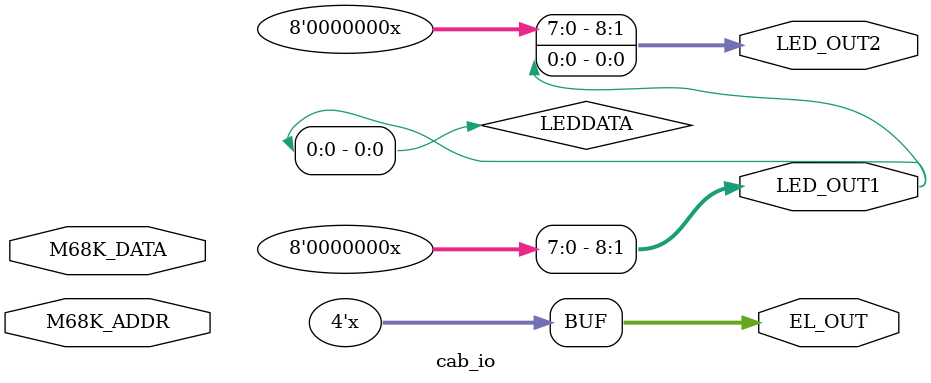
<source format=v>


`timescale 1ns/1ns

// SIMULATION - UNUSED
// Latches and buffers on the 68K bus for MVS cab I/Os
// 273s and 245s on the verification board
// Signals: nBITWD0, nDIPRD0, nLED_LATCH, nLED_DATA

module cab_io(
	input [7:4] M68K_ADDR,
	inout [7:0] M68K_DATA,
	output [3:0] EL_OUT,
	output [8:0] LED_OUT1,
	output [8:0] LED_OUT2
);
	
	assign EL_OUT = {LEDLATCH[0], LEDDATA[2:0]};
	assign LED_OUT1 = {LEDLATCH[1], LEDDATA};
	assign LED_OUT2 = {LEDLATCH[2], LEDDATA};
	
endmodule

</source>
